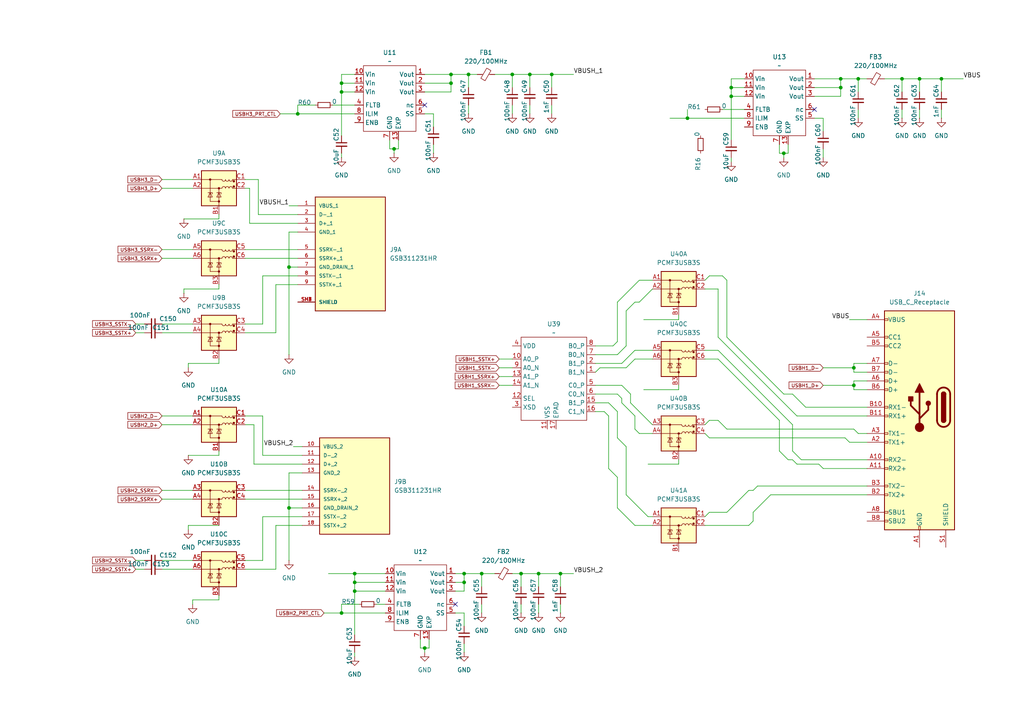
<source format=kicad_sch>
(kicad_sch (version 20231120) (generator "eeschema") (generator_version "8.0")
  (paper "A4")
  (junction (at 199.39 34.29))
  (junction (at 266.7 22.86))
  (junction (at 247.65 106.68))
  (junction (at 99.06 24.13))
  (junction (at 102.87 168.91))
  (junction (at 151.13 166.37))
  (junction (at 130.81 24.13))
  (junction (at 139.7 166.37))
  (junction (at 86.36 33.02))
  (junction (at 261.62 22.86))
  (junction (at 123.19 187.96))
  (junction (at 130.81 21.59))
  (junction (at 247.65 111.76))
  (junction (at 248.92 22.86))
  (junction (at 102.87 171.45))
  (junction (at 135.89 21.59))
  (junction (at 114.3 43.18))
  (junction (at 134.62 166.37))
  (junction (at 83.82 77.47))
  (junction (at 153.67 21.59))
  (junction (at 148.59 21.59))
  (junction (at 212.09 27.94))
  (junction (at 162.56 166.37))
  (junction (at 243.84 25.4))
  (junction (at 273.05 22.86))
  (junction (at 83.82 147.32))
  (junction (at 243.84 22.86))
  (junction (at 99.06 177.8))
  (junction (at 227.33 44.45))
  (junction (at 160.02 21.59))
  (junction (at 134.62 168.91))
  (junction (at 156.21 166.37))
  (junction (at 99.06 26.67))
  (junction (at 212.09 25.4))
  (junction (at 102.87 166.37))
  (no_connect (at 123.19 30.48))
  (no_connect (at 236.22 31.75))
  (no_connect (at 132.08 175.26))
  (wire (pts (xy 99.06 44.45) (xy 99.06 45.72)))
  (wire (pts (xy 196.85 134.62) (xy 196.85 133.35)))
  (wire (pts (xy 63.5 173.99) (xy 63.5 172.72)))
  (wire (pts (xy 205.74 121.92) (xy 204.47 123.19)))
  (wire (pts (xy 181.61 100.33) (xy 181.61 90.17)))
  (wire (pts (xy 114.3 43.18) (xy 114.3 44.45)))
  (wire (pts (xy 243.84 22.86) (xy 236.22 22.86)))
  (wire (pts (xy 217.17 152.4) (xy 218.44 151.13)))
  (wire (pts (xy 218.44 151.13) (xy 218.44 148.59)))
  (wire (pts (xy 113.03 40.64) (xy 113.03 43.18)))
  (wire (pts (xy 172.72 116.84) (xy 176.53 116.84)))
  (wire (pts (xy 46.99 72.39) (xy 55.88 72.39)))
  (wire (pts (xy 160.02 30.48) (xy 160.02 33.02)))
  (wire (pts (xy 185.42 87.63) (xy 189.23 83.82)))
  (wire (pts (xy 228.6 133.35) (xy 229.87 133.35)))
  (wire (pts (xy 83.82 67.31) (xy 83.82 77.47)))
  (wire (pts (xy 124.46 187.96) (xy 124.46 185.42)))
  (wire (pts (xy 99.06 26.67) (xy 99.06 24.13)))
  (wire (pts (xy 237.49 134.62) (xy 238.76 135.89)))
  (wire (pts (xy 180.34 116.84) (xy 180.34 115.57)))
  (wire (pts (xy 86.36 62.23) (xy 74.93 62.23)))
  (wire (pts (xy 99.06 21.59) (xy 102.87 21.59)))
  (wire (pts (xy 215.9 25.4) (xy 212.09 25.4)))
  (wire (pts (xy 251.46 140.97) (xy 219.71 140.97)))
  (wire (pts (xy 227.33 114.3) (xy 210.82 97.79)))
  (wire (pts (xy 181.61 90.17) (xy 184.15 87.63)))
  (wire (pts (xy 153.67 21.59) (xy 160.02 21.59)))
  (wire (pts (xy 148.59 166.37) (xy 151.13 166.37)))
  (wire (pts (xy 210.82 97.79) (xy 210.82 81.28)))
  (wire (pts (xy 134.62 166.37) (xy 139.7 166.37)))
  (wire (pts (xy 144.78 104.14) (xy 148.59 104.14)))
  (wire (pts (xy 80.01 96.52) (xy 80.01 82.55)))
  (wire (pts (xy 134.62 166.37) (xy 132.08 166.37)))
  (wire (pts (xy 243.84 22.86) (xy 248.92 22.86)))
  (wire (pts (xy 151.13 166.37) (xy 151.13 170.18)))
  (wire (pts (xy 210.82 148.59) (xy 205.74 148.59)))
  (wire (pts (xy 143.51 21.59) (xy 148.59 21.59)))
  (wire (pts (xy 185.42 125.73) (xy 184.15 124.46)))
  (wire (pts (xy 162.56 166.37) (xy 166.37 166.37)))
  (wire (pts (xy 99.06 24.13) (xy 99.06 21.59)))
  (wire (pts (xy 208.28 97.79) (xy 231.14 120.65)))
  (wire (pts (xy 83.82 137.16) (xy 83.82 147.32)))
  (wire (pts (xy 212.09 27.94) (xy 212.09 40.64)))
  (wire (pts (xy 248.92 22.86) (xy 248.92 26.67)))
  (wire (pts (xy 46.99 93.98) (xy 55.88 93.98)))
  (wire (pts (xy 205.74 80.01) (xy 204.47 81.28)))
  (wire (pts (xy 123.19 24.13) (xy 130.81 24.13)))
  (wire (pts (xy 139.7 166.37) (xy 143.51 166.37)))
  (wire (pts (xy 247.65 105.41) (xy 247.65 106.68)))
  (wire (pts (xy 46.99 54.61) (xy 55.88 54.61)))
  (wire (pts (xy 71.12 142.24) (xy 87.63 142.24)))
  (wire (pts (xy 41.91 162.56) (xy 39.37 162.56)))
  (wire (pts (xy 102.87 189.23) (xy 102.87 190.5)))
  (wire (pts (xy 226.06 121.92) (xy 226.06 130.81)))
  (wire (pts (xy 173.99 106.68) (xy 172.72 107.95)))
  (wire (pts (xy 102.87 168.91) (xy 102.87 166.37)))
  (wire (pts (xy 132.08 171.45) (xy 134.62 171.45)))
  (wire (pts (xy 232.41 133.35) (xy 229.87 130.81)))
  (wire (pts (xy 172.72 100.33) (xy 177.8 100.33)))
  (wire (pts (xy 226.06 130.81) (xy 228.6 133.35)))
  (wire (pts (xy 81.28 33.02) (xy 86.36 33.02)))
  (wire (pts (xy 102.87 168.91) (xy 111.76 168.91)))
  (wire (pts (xy 123.19 187.96) (xy 123.19 189.23)))
  (wire (pts (xy 41.91 93.98) (xy 39.37 93.98)))
  (wire (pts (xy 144.78 109.22) (xy 148.59 109.22)))
  (wire (pts (xy 227.33 44.45) (xy 228.6 44.45)))
  (wire (pts (xy 134.62 186.69) (xy 134.62 189.23)))
  (wire (pts (xy 135.89 21.59) (xy 138.43 21.59)))
  (wire (pts (xy 189.23 152.4) (xy 184.15 152.4)))
  (wire (pts (xy 199.39 34.29) (xy 215.9 34.29)))
  (wire (pts (xy 102.87 171.45) (xy 102.87 168.91)))
  (wire (pts (xy 184.15 101.6) (xy 189.23 101.6)))
  (wire (pts (xy 229.87 114.3) (xy 227.33 114.3)))
  (wire (pts (xy 182.88 114.3) (xy 182.88 116.84)))
  (wire (pts (xy 151.13 175.26) (xy 151.13 177.8)))
  (wire (pts (xy 46.99 165.1) (xy 55.88 165.1)))
  (wire (pts (xy 86.36 80.01) (xy 76.2 80.01)))
  (wire (pts (xy 248.92 31.75) (xy 248.92 34.29)))
  (wire (pts (xy 204.47 104.14) (xy 208.28 104.14)))
  (wire (pts (xy 247.65 110.49) (xy 251.46 110.49)))
  (wire (pts (xy 130.81 24.13) (xy 130.81 21.59)))
  (wire (pts (xy 71.12 54.61) (xy 72.39 54.61)))
  (wire (pts (xy 226.06 44.45) (xy 227.33 44.45)))
  (wire (pts (xy 182.88 116.84) (xy 189.23 123.19)))
  (wire (pts (xy 205.74 127) (xy 204.47 125.73)))
  (wire (pts (xy 46.99 162.56) (xy 55.88 162.56)))
  (wire (pts (xy 243.84 25.4) (xy 243.84 22.86)))
  (wire (pts (xy 218.44 148.59) (xy 223.52 143.51)))
  (wire (pts (xy 181.61 129.54) (xy 181.61 143.51)))
  (wire (pts (xy 148.59 30.48) (xy 148.59 33.02)))
  (wire (pts (xy 229.87 130.81) (xy 229.87 123.19)))
  (wire (pts (xy 266.7 22.86) (xy 273.05 22.86)))
  (wire (pts (xy 83.82 147.32) (xy 87.63 147.32)))
  (wire (pts (xy 134.62 177.8) (xy 134.62 181.61)))
  (wire (pts (xy 87.63 132.08) (xy 76.2 132.08)))
  (wire (pts (xy 172.72 119.38) (xy 175.26 119.38)))
  (wire (pts (xy 181.61 106.68) (xy 173.99 106.68)))
  (wire (pts (xy 256.54 22.86) (xy 261.62 22.86)))
  (wire (pts (xy 209.55 31.75) (xy 215.9 31.75)))
  (wire (pts (xy 196.85 113.03) (xy 196.85 111.76)))
  (wire (pts (xy 99.06 26.67) (xy 99.06 39.37)))
  (wire (pts (xy 76.2 132.08) (xy 76.2 120.65)))
  (wire (pts (xy 46.99 120.65) (xy 55.88 120.65)))
  (wire (pts (xy 134.62 171.45) (xy 134.62 168.91)))
  (wire (pts (xy 180.34 115.57) (xy 179.07 114.3)))
  (wire (pts (xy 102.87 171.45) (xy 102.87 184.15)))
  (wire (pts (xy 247.65 111.76) (xy 247.65 113.03)))
  (wire (pts (xy 204.47 83.82) (xy 208.28 83.82)))
  (wire (pts (xy 71.12 72.39) (xy 86.36 72.39)))
  (wire (pts (xy 172.72 105.41) (xy 180.34 105.41)))
  (wire (pts (xy 180.34 105.41) (xy 184.15 101.6)))
  (wire (pts (xy 199.39 31.75) (xy 199.39 34.29)))
  (wire (pts (xy 135.89 30.48) (xy 135.89 33.02)))
  (wire (pts (xy 139.7 166.37) (xy 139.7 170.18)))
  (wire (pts (xy 46.99 74.93) (xy 55.88 74.93)))
  (wire (pts (xy 123.19 26.67) (xy 130.81 26.67)))
  (wire (pts (xy 184.15 124.46) (xy 184.15 120.65)))
  (wire (pts (xy 236.22 34.29) (xy 238.76 34.29)))
  (wire (pts (xy 248.92 125.73) (xy 247.65 124.46)))
  (wire (pts (xy 86.36 67.31) (xy 83.82 67.31)))
  (wire (pts (xy 54.61 105.41) (xy 63.5 105.41)))
  (wire (pts (xy 71.12 165.1) (xy 80.01 165.1)))
  (wire (pts (xy 144.78 106.68) (xy 148.59 106.68)))
  (wire (pts (xy 238.76 135.89) (xy 251.46 135.89)))
  (wire (pts (xy 233.68 118.11) (xy 229.87 114.3)))
  (wire (pts (xy 251.46 128.27) (xy 246.38 128.27)))
  (wire (pts (xy 246.38 128.27) (xy 245.11 127)))
  (wire (pts (xy 135.89 21.59) (xy 135.89 25.4)))
  (wire (pts (xy 80.01 82.55) (xy 86.36 82.55)))
  (wire (pts (xy 99.06 175.26) (xy 99.06 177.8)))
  (wire (pts (xy 218.44 142.24) (xy 217.17 142.24)))
  (wire (pts (xy 115.57 43.18) (xy 115.57 40.64)))
  (wire (pts (xy 176.53 120.65) (xy 176.53 135.89)))
  (wire (pts (xy 162.56 175.26) (xy 162.56 177.8)))
  (wire (pts (xy 212.09 27.94) (xy 212.09 25.4)))
  (wire (pts (xy 153.67 21.59) (xy 153.67 25.4)))
  (wire (pts (xy 151.13 166.37) (xy 156.21 166.37)))
  (wire (pts (xy 172.72 111.76) (xy 180.34 111.76)))
  (wire (pts (xy 121.92 187.96) (xy 123.19 187.96)))
  (wire (pts (xy 102.87 26.67) (xy 99.06 26.67)))
  (wire (pts (xy 86.36 33.02) (xy 102.87 33.02)))
  (wire (pts (xy 76.2 162.56) (xy 76.2 149.86)))
  (wire (pts (xy 229.87 123.19) (xy 208.28 101.6)))
  (wire (pts (xy 148.59 21.59) (xy 148.59 25.4)))
  (wire (pts (xy 261.62 31.75) (xy 261.62 34.29)))
  (wire (pts (xy 238.76 43.18) (xy 238.76 45.72)))
  (wire (pts (xy 72.39 64.77) (xy 72.39 54.61)))
  (wire (pts (xy 238.76 106.68) (xy 247.65 106.68)))
  (wire (pts (xy 185.42 81.28) (xy 189.23 81.28)))
  (wire (pts (xy 219.71 140.97) (xy 218.44 142.24)))
  (wire (pts (xy 205.74 127) (xy 245.11 127)))
  (wire (pts (xy 208.28 121.92) (xy 205.74 121.92)))
  (wire (pts (xy 132.08 177.8) (xy 134.62 177.8)))
  (wire (pts (xy 238.76 111.76) (xy 247.65 111.76)))
  (wire (pts (xy 184.15 120.65) (xy 180.34 116.84)))
  (wire (pts (xy 184.15 104.14) (xy 181.61 106.68)))
  (wire (pts (xy 109.22 175.26) (xy 111.76 175.26)))
  (wire (pts (xy 251.46 133.35) (xy 232.41 133.35)))
  (wire (pts (xy 231.14 134.62) (xy 237.49 134.62)))
  (wire (pts (xy 83.82 77.47) (xy 86.36 77.47)))
  (wire (pts (xy 99.06 175.26) (xy 104.14 175.26)))
  (wire (pts (xy 172.72 102.87) (xy 179.07 102.87)))
  (wire (pts (xy 212.09 25.4) (xy 212.09 22.86)))
  (wire (pts (xy 229.87 133.35) (xy 231.14 134.62)))
  (wire (pts (xy 76.2 93.98) (xy 71.12 93.98)))
  (wire (pts (xy 102.87 166.37) (xy 111.76 166.37)))
  (wire (pts (xy 63.5 63.5) (xy 63.5 62.23)))
  (wire (pts (xy 83.82 77.47) (xy 83.82 102.87)))
  (wire (pts (xy 63.5 83.82) (xy 63.5 82.55)))
  (wire (pts (xy 132.08 168.91) (xy 134.62 168.91)))
  (wire (pts (xy 179.07 138.43) (xy 176.53 135.89)))
  (wire (pts (xy 227.33 44.45) (xy 227.33 45.72)))
  (wire (pts (xy 86.36 30.48) (xy 86.36 33.02)))
  (wire (pts (xy 231.14 120.65) (xy 251.46 120.65)))
  (wire (pts (xy 181.61 143.51) (xy 187.96 149.86)))
  (wire (pts (xy 54.61 132.08) (xy 63.5 132.08)))
  (wire (pts (xy 72.39 64.77) (xy 86.36 64.77)))
  (wire (pts (xy 215.9 27.94) (xy 212.09 27.94)))
  (wire (pts (xy 172.72 114.3) (xy 179.07 114.3)))
  (wire (pts (xy 87.63 137.16) (xy 83.82 137.16)))
  (wire (pts (xy 204.47 152.4) (xy 217.17 152.4)))
  (wire (pts (xy 243.84 27.94) (xy 243.84 25.4)))
  (wire (pts (xy 156.21 166.37) (xy 156.21 170.18)))
  (wire (pts (xy 194.31 34.29) (xy 199.39 34.29)))
  (wire (pts (xy 210.82 81.28) (xy 209.55 80.01)))
  (wire (pts (xy 148.59 21.59) (xy 153.67 21.59)))
  (wire (pts (xy 179.07 87.63) (xy 185.42 81.28)))
  (wire (pts (xy 236.22 27.94) (xy 243.84 27.94)))
  (wire (pts (xy 246.38 92.71) (xy 251.46 92.71)))
  (wire (pts (xy 160.02 21.59) (xy 166.37 21.59)))
  (wire (pts (xy 179.07 102.87) (xy 181.61 100.33)))
  (wire (pts (xy 144.78 111.76) (xy 148.59 111.76)))
  (wire (pts (xy 99.06 177.8) (xy 111.76 177.8)))
  (wire (pts (xy 273.05 22.86) (xy 279.4 22.86)))
  (wire (pts (xy 113.03 43.18) (xy 114.3 43.18)))
  (wire (pts (xy 160.02 21.59) (xy 160.02 25.4)))
  (wire (pts (xy 184.15 152.4) (xy 179.07 147.32)))
  (wire (pts (xy 46.99 144.78) (xy 55.88 144.78)))
  (wire (pts (xy 205.74 148.59) (xy 204.47 149.86)))
  (wire (pts (xy 83.82 59.69) (xy 86.36 59.69)))
  (wire (pts (xy 180.34 111.76) (xy 182.88 114.3)))
  (wire (pts (xy 73.66 134.62) (xy 87.63 134.62)))
  (wire (pts (xy 187.96 149.86) (xy 189.23 149.86)))
  (wire (pts (xy 212.09 45.72) (xy 212.09 46.99)))
  (wire (pts (xy 46.99 52.07) (xy 55.88 52.07)))
  (wire (pts (xy 46.99 142.24) (xy 55.88 142.24)))
  (wire (pts (xy 153.67 30.48) (xy 153.67 33.02)))
  (wire (pts (xy 273.05 22.86) (xy 273.05 26.67)))
  (wire (pts (xy 76.2 120.65) (xy 71.12 120.65)))
  (wire (pts (xy 226.06 41.91) (xy 226.06 44.45)))
  (wire (pts (xy 46.99 96.52) (xy 55.88 96.52)))
  (wire (pts (xy 247.65 106.68) (xy 247.65 107.95)))
  (wire (pts (xy 208.28 83.82) (xy 208.28 97.79)))
  (wire (pts (xy 76.2 149.86) (xy 87.63 149.86)))
  (wire (pts (xy 266.7 31.75) (xy 266.7 34.29)))
  (wire (pts (xy 55.88 173.99) (xy 63.5 173.99)))
  (wire (pts (xy 179.07 147.32) (xy 179.07 138.43)))
  (wire (pts (xy 204.47 101.6) (xy 208.28 101.6)))
  (wire (pts (xy 184.15 104.14) (xy 189.23 104.14)))
  (wire (pts (xy 210.82 124.46) (xy 208.28 121.92)))
  (wire (pts (xy 175.26 119.38) (xy 176.53 120.65)))
  (wire (pts (xy 238.76 34.29) (xy 238.76 38.1)))
  (wire (pts (xy 130.81 26.67) (xy 130.81 24.13)))
  (wire (pts (xy 247.65 124.46) (xy 210.82 124.46)))
  (wire (pts (xy 54.61 106.68) (xy 54.61 105.41)))
  (wire (pts (xy 123.19 187.96) (xy 124.46 187.96)))
  (wire (pts (xy 102.87 24.13) (xy 99.06 24.13)))
  (wire (pts (xy 208.28 104.14) (xy 226.06 121.92)))
  (wire (pts (xy 179.07 99.06) (xy 179.07 87.63)))
  (wire (pts (xy 134.62 168.91) (xy 134.62 166.37)))
  (wire (pts (xy 156.21 166.37) (xy 162.56 166.37)))
  (wire (pts (xy 93.98 177.8) (xy 99.06 177.8)))
  (wire (pts (xy 179.07 127) (xy 181.61 129.54)))
  (wire (pts (xy 71.12 123.19) (xy 73.66 123.19)))
  (wire (pts (xy 177.8 100.33) (xy 179.07 99.06)))
  (wire (pts (xy 186.69 92.71) (xy 196.85 92.71)))
  (wire (pts (xy 85.09 129.54) (xy 87.63 129.54)))
  (wire (pts (xy 176.53 116.84) (xy 179.07 119.38)))
  (wire (pts (xy 71.12 96.52) (xy 80.01 96.52)))
  (wire (pts (xy 247.65 113.03) (xy 251.46 113.03)))
  (wire (pts (xy 71.12 162.56) (xy 76.2 162.56)))
  (wire (pts (xy 96.52 30.48) (xy 102.87 30.48)))
  (wire (pts (xy 228.6 44.45) (xy 228.6 41.91)))
  (wire (pts (xy 121.92 185.42) (xy 121.92 187.96)))
  (wire (pts (xy 179.07 119.38) (xy 179.07 127)))
  (wire (pts (xy 71.12 74.93) (xy 86.36 74.93)))
  (wire (pts (xy 212.09 22.86) (xy 215.9 22.86)))
  (wire (pts (xy 223.52 143.51) (xy 251.46 143.51)))
  (wire (pts (xy 53.34 85.09) (xy 53.34 83.82)))
  (wire (pts (xy 80.01 152.4) (xy 87.63 152.4)))
  (wire (pts (xy 186.69 113.03) (xy 196.85 113.03)))
  (wire (pts (xy 125.73 33.02) (xy 125.73 36.83)))
  (wire (pts (xy 41.91 165.1) (xy 39.37 165.1)))
  (wire (pts (xy 187.96 134.62) (xy 196.85 134.62)))
  (wire (pts (xy 73.66 123.19) (xy 73.66 134.62)))
  (wire (pts (xy 80.01 165.1) (xy 80.01 152.4)))
  (wire (pts (xy 83.82 147.32) (xy 83.82 162.56)))
  (wire (pts (xy 247.65 105.41) (xy 251.46 105.41)))
  (wire (pts (xy 189.23 125.73) (xy 185.42 125.73)))
  (wire (pts (xy 261.62 22.86) (xy 261.62 26.67)))
  (wire (pts (xy 74.93 52.07) (xy 74.93 62.23)))
  (wire (pts (xy 217.17 142.24) (xy 210.82 148.59)))
  (wire (pts (xy 247.65 107.95) (xy 251.46 107.95)))
  (wire (pts (xy 184.15 87.63) (xy 185.42 87.63)))
  (wire (pts (xy 86.36 30.48) (xy 91.44 30.48)))
  (wire (pts (xy 162.56 166.37) (xy 162.56 170.18)))
  (wire (pts (xy 236.22 25.4) (xy 243.84 25.4)))
  (wire (pts (xy 41.91 96.52) (xy 39.37 96.52)))
  (wire (pts (xy 102.87 171.45) (xy 111.76 171.45)))
  (wire (pts (xy 261.62 22.86) (xy 266.7 22.86)))
  (wire (pts (xy 139.7 175.26) (xy 139.7 177.8)))
  (wire (pts (xy 156.21 175.26) (xy 156.21 177.8)))
  (wire (pts (xy 54.61 152.4) (xy 63.5 152.4)))
  (wire (pts (xy 71.12 144.78) (xy 87.63 144.78)))
  (wire (pts (xy 54.61 153.67) (xy 54.61 152.4)))
  (wire (pts (xy 114.3 43.18) (xy 115.57 43.18)))
  (wire (pts (xy 95.25 166.37) (xy 102.87 166.37)))
  (wire (pts (xy 125.73 41.91) (xy 125.73 44.45)))
  (wire (pts (xy 74.93 52.07) (xy 71.12 52.07)))
  (wire (pts (xy 266.7 22.86) (xy 266.7 26.67)))
  (wire (pts (xy 248.92 22.86) (xy 251.46 22.86)))
  (wire (pts (xy 251.46 118.11) (xy 233.68 118.11)))
  (wire (pts (xy 63.5 105.41) (xy 63.5 104.14)))
  (wire (pts (xy 123.19 33.02) (xy 125.73 33.02)))
  (wire (pts (xy 76.2 80.01) (xy 76.2 93.98)))
  (wire (pts (xy 46.99 123.19) (xy 55.88 123.19)))
  (wire (pts (xy 55.88 175.26) (xy 55.88 173.99)))
  (wire (pts (xy 130.81 21.59) (xy 135.89 21.59)))
  (wire (pts (xy 53.34 63.5) (xy 63.5 63.5)))
  (wire (pts (xy 247.65 110.49) (xy 247.65 111.76)))
  (wire (pts (xy 273.05 31.75) (xy 273.05 34.29)))
  (wire (pts (xy 130.81 21.59) (xy 123.19 21.59)))
  (wire (pts (xy 251.46 125.73) (xy 248.92 125.73)))
  (wire (pts (xy 53.34 83.82) (xy 63.5 83.82)))
  (wire (pts (xy 196.85 92.71) (xy 196.85 91.44)))
  (wire (pts (xy 209.55 80.01) (xy 205.74 80.01)))
  (wire (pts (xy 63.5 132.08) (xy 63.5 130.81)))
  (label "VBUSH_2" (at 166.37 166.37 0))
  (label "VBUS" (at 279.4 22.86 0))
  (label "VBUSH_1" (at 166.37 21.59 0))
  (label "VBUSH_2" (at 85.09 129.54 180))
  (label "VBUSH_1" (at 83.82 59.69 180))
  (label "VBUS" (at 246.38 92.71 180))
  (global_label "USBH1_D-" (shape input) (at 238.76 106.68 180) (effects (font (size 1 1))) (property "Intersheetrefs" "${INTERSHEET_REFS}" (effects (hide yes))))
  (global_label "USBH1_SSTX+" (shape input) (at 144.78 104.14 180) (effects (font (size 1 1))) (property "Intersheetrefs" "${INTERSHEET_REFS}" (effects (hide yes))))
  (global_label "USBH3_SSTX-" (shape input) (at 39.37 93.98 180) (effects (font (size 1 1))) (property "Intersheetrefs" "${INTERSHEET_REFS}" (effects (hide yes))))
  (global_label "USBH1_SSRX+" (shape input) (at 144.78 109.22 180) (effects (font (size 1 1))) (property "Intersheetrefs" "${INTERSHEET_REFS}" (effects (hide yes))))
  (global_label "USBH1_D+" (shape input) (at 238.76 111.76 180) (effects (font (size 1 1))) (property "Intersheetrefs" "${INTERSHEET_REFS}" (effects (hide yes))))
  (global_label "USBH3_SSRX+" (shape input) (at 46.99 74.93 180) (effects (font (size 1 1))) (property "Intersheetrefs" "${INTERSHEET_REFS}" (effects (hide yes))))
  (global_label "USBH3_PRT_CTL" (shape input) (at 81.28 33.02 180) (effects (font (size 1 1))) (property "Intersheetrefs" "${INTERSHEET_REFS}" (effects (hide yes))))
  (global_label "USBH2_SSTX-" (shape input) (at 39.37 162.56 180) (effects (font (size 1 1))) (property "Intersheetrefs" "${INTERSHEET_REFS}" (effects (hide yes))))
  (global_label "USBH1_SSTX-" (shape input) (at 144.78 106.68 180) (effects (font (size 1 1))) (property "Intersheetrefs" "${INTERSHEET_REFS}" (effects (hide yes))))
  (global_label "USBH3_SSTX+" (shape input) (at 39.37 96.52 180) (effects (font (size 1 1))) (property "Intersheetrefs" "${INTERSHEET_REFS}" (effects (hide yes))))
  (global_label "USBH2_D+" (shape input) (at 46.99 123.19 180) (effects (font (size 1 1))) (property "Intersheetrefs" "${INTERSHEET_REFS}" (effects (hide yes))))
  (global_label "USBH1_SSRX-" (shape input) (at 144.78 111.76 180) (effects (font (size 1 1))) (property "Intersheetrefs" "${INTERSHEET_REFS}" (effects (hide yes))))
  (global_label "USBH3_SSRX-" (shape input) (at 46.99 72.39 180) (effects (font (size 1 1))) (property "Intersheetrefs" "${INTERSHEET_REFS}" (effects (hide yes))))
  (global_label "USBH2_PRT_CTL" (shape input) (at 93.98 177.8 180) (effects (font (size 1 1))) (property "Intersheetrefs" "${INTERSHEET_REFS}" (effects (hide yes))))
  (global_label "USBH2_D-" (shape input) (at 46.99 120.65 180) (effects (font (size 1 1))) (property "Intersheetrefs" "${INTERSHEET_REFS}" (effects (hide yes))))
  (global_label "USBH2_SSTX+" (shape input) (at 39.37 165.1 180) (effects (font (size 1 1))) (property "Intersheetrefs" "${INTERSHEET_REFS}" (effects (hide yes))))
  (global_label "USBH2_SSRX-" (shape input) (at 46.99 142.24 180) (effects (font (size 1 1))) (property "Intersheetrefs" "${INTERSHEET_REFS}" (effects (hide yes))))
  (global_label "USBH2_SSRX+" (shape input) (at 46.99 144.78 180) (effects (font (size 1 1))) (property "Intersheetrefs" "${INTERSHEET_REFS}" (effects (hide yes))))
  (global_label "USBH3_D+" (shape input) (at 46.99 54.61 180) (effects (font (size 1 1))) (property "Intersheetrefs" "${INTERSHEET_REFS}" (effects (hide yes))))
  (global_label "USBH3_D-" (shape input) (at 46.99 52.07 180) (effects (font (size 1 1))) (property "Intersheetrefs" "${INTERSHEET_REFS}" (effects (hide yes))))
  (symbol (lib_id "power:GND") (at 134.62 189.23 0) (unit 1)
    (property "Reference" "#PWR085" (effects (hide yes)))
    (property "Value" "GND" (at 134.62 194.31 0))
    (property "Description" "Power symbol creates a global label with name \"GND\" , ground" (effects (hide yes)))
  )
  (symbol (lib_id "Device:C_Small") (at 156.21 172.72 0) (unit 1)
    (property "Reference" "C57" (at 154.686 167.894 90) (effects (justify right)))
    (property "Value" "100nF" (at 154.686 173.99 90) (effects (justify right)))
    (property "Footprint" "Capacitor_SMD:C_0402_1005Metric" (effects (hide yes)))
    (property "Description" "Unpolarized capacitor, small symbol" (effects (hide yes)))
  )
  (symbol (lib_id "Power_Protection:PCMF3USB3S") (at 63.5 165.1 0) (unit 3)
    (property "Reference" "U10" (at 63.5 154.94 0))
    (property "Value" "PCMF3USB3S" (at 63.5 157.48 0))
    (property "Footprint" "Package_CSP:Nexperia_WLCSP-15_6-3-6_2.37x1.17mm_Layout6x3_P0.4mm" (effects (hide yes)))
    (property "Datasheet" "https://assets.nexperia.com/documents/data-sheet/PCMFXUSB3S_SER.pdf" (effects (hide yes)))
    (property "Description" "Common-mode EMI filter for differential channels with integrated ESD protection" (effects (hide yes)))
  )
  (symbol (lib_id "Power_Protection:PCMF3USB3S") (at 63.5 96.52 0) (unit 2)
    (property "Reference" "U9" (at 63.5 86.36 0))
    (property "Value" "PCMF3USB3S" (at 63.5 88.9 0))
    (property "Footprint" "Package_CSP:Nexperia_WLCSP-15_6-3-6_2.37x1.17mm_Layout6x3_P0.4mm" (effects (hide yes)))
    (property "Datasheet" "https://assets.nexperia.com/documents/data-sheet/PCMFXUSB3S_SER.pdf" (effects (hide yes)))
    (property "Description" "Common-mode EMI filter for differential channels with integrated ESD protection" (effects (hide yes)))
  )
  (symbol (lib_id "Device:C_Small") (at 160.02 27.94 0) (unit 1)
    (property "Reference" "C50" (at 158.496 23.114 90) (effects (justify right)))
    (property "Value" "1nF" (at 158.496 29.21 90) (effects (justify right)))
    (property "Footprint" "Capacitor_SMD:C_0402_1005Metric" (effects (hide yes)))
    (property "Description" "Unpolarized capacitor, small symbol" (effects (hide yes)))
  )
  (symbol (lib_id "power:GND") (at 53.34 63.5 0) (unit 1)
    (property "Reference" "#PWR075" (effects (hide yes)))
    (property "Value" "GND" (at 53.34 68.58 0))
    (property "Description" "Power symbol creates a global label with name \"GND\" , ground" (effects (hide yes)))
  )
  (symbol (lib_id "power:GND") (at 55.88 175.26 0) (unit 1)
    (property "Reference" "#PWR070" (effects (hide yes)))
    (property "Value" "GND" (at 55.88 180.34 0))
    (property "Description" "Power symbol creates a global label with name \"GND\" , ground" (effects (hide yes)))
  )
  (symbol (lib_id "GSB311231HR:GSB311231HR") (at 102.87 142.24 0) (unit 2)
    (property "Reference" "J9" (at 114.3 139.6999 0) (effects (justify left)))
    (property "Value" "GSB311231HR" (at 114.3 142.2399 0) (effects (justify left)))
    (property "Footprint" "_W_SBC:AMPHENOL_GSB311231HR" (effects (hide yes)))
    (property "MF" "Amphenol ICC" (effects (hide yes)))
    (property "MAXIMUM_PACKAGE_HEIGHT" "15.5 mm" (effects (hide yes)))
    (property "Package" "None" (effects (hide yes)))
    (property "Price" "None" (effects (hide yes)))
    (property "Check_prices" "https://www.snapeda.com/parts/GSB311231HR/Amphenol/view-part/?ref=eda" (effects (hide yes)))
    (property "STANDARD" "Manufacturer Recommendations" (effects (hide yes)))
    (property "PARTREV" "D1" (effects (hide yes)))
    (property "SnapEDA_Link" "https://www.snapeda.com/parts/GSB311231HR/Amphenol/view-part/?ref=snap" (effects (hide yes)))
    (property "MP" "GSB311231HR" (effects (hide yes)))
    (property "Description_1" "\n                        \n                            USB 3.0, Type A Receptacle, Stacked, Right Angle | Amphenol Commercial (Amphenol CS) GSB311231HR\n                        \n" (effects (hide yes)))
    (property "SNAPEDA_PN" "GSB311231HR" (effects (hide yes)))
    (property "Availability" "In Stock" (effects (hide yes)))
    (property "MANUFACTURER" "Amphenol" (effects (hide yes)))
  )
  (symbol (lib_id "Device:C_Small") (at 148.59 27.94 0) (unit 1)
    (property "Reference" "C48" (at 147.066 23.114 90) (effects (justify right)))
    (property "Value" "100nF" (at 147.066 29.21 90) (effects (justify right)))
    (property "Footprint" "Capacitor_SMD:C_0402_1005Metric" (effects (hide yes)))
    (property "Description" "Unpolarized capacitor, small symbol" (effects (hide yes)))
  )
  (symbol (lib_id "power:GND") (at 227.33 45.72 0) (unit 1)
    (property "Reference" "#PWR91" (effects (hide yes)))
    (property "Value" "GND" (at 227.33 50.8 0))
    (property "Description" "Power symbol creates a global label with name \"GND\" , ground" (effects (hide yes)))
  )
  (symbol (lib_id "power:GND") (at 54.61 106.68 0) (unit 1)
    (property "Reference" "#PWR073" (effects (hide yes)))
    (property "Value" "GND" (at 54.61 111.76 0))
    (property "Description" "Power symbol creates a global label with name \"GND\" , ground" (effects (hide yes)))
  )
  (symbol (lib_id "power:GND") (at 135.89 33.02 0) (unit 1)
    (property "Reference" "#PWR077" (effects (hide yes)))
    (property "Value" "GND" (at 135.89 38.1 0))
    (property "Description" "Power symbol creates a global label with name \"GND\" , ground" (effects (hide yes)))
  )
  (symbol (lib_id "Device:C_Small") (at 162.56 172.72 0) (unit 1)
    (property "Reference" "C58" (at 161.036 167.894 90) (effects (justify right)))
    (property "Value" "1nF" (at 161.036 173.99 90) (effects (justify right)))
    (property "Footprint" "Capacitor_SMD:C_0402_1005Metric" (effects (hide yes)))
    (property "Description" "Unpolarized capacitor, small symbol" (effects (hide yes)))
  )
  (symbol (lib_id "Device:C_Small") (at 44.45 162.56 270) (mirror x) (unit 1)
    (property "Reference" "C152" (at 51.308 161.036 90) (effects (justify right)))
    (property "Value" "100nF" (at 43.688 160.02 90) (effects (justify right)))
    (property "Footprint" "Capacitor_SMD:C_0402_1005Metric" (effects (hide yes)))
    (property "Description" "Unpolarized capacitor, small symbol" (effects (hide yes)))
  )
  (symbol (lib_id "power:GND") (at 53.34 85.09 0) (unit 1)
    (property "Reference" "#PWR074" (effects (hide yes)))
    (property "Value" "GND" (at 53.34 90.17 0))
    (property "Description" "Power symbol creates a global label with name \"GND\" , ground" (effects (hide yes)))
  )
  (symbol (lib_id "power:GND") (at 153.67 33.02 0) (unit 1)
    (property "Reference" "#PWR079" (effects (hide yes)))
    (property "Value" "GND" (at 153.67 38.1 0))
    (property "Description" "Power symbol creates a global label with name \"GND\" , ground" (effects (hide yes)))
  )
  (symbol (lib_id "Power_Protection:PCMF3USB3S") (at 63.5 123.19 0) (unit 1)
    (property "Reference" "U10" (at 63.5 113.03 0))
    (property "Value" "PCMF3USB3S" (at 63.5 115.57 0))
    (property "Footprint" "Package_CSP:Nexperia_WLCSP-15_6-3-6_2.37x1.17mm_Layout6x3_P0.4mm" (effects (hide yes)))
    (property "Datasheet" "https://assets.nexperia.com/documents/data-sheet/PCMFXUSB3S_SER.pdf" (effects (hide yes)))
    (property "Description" "Common-mode EMI filter for differential channels with integrated ESD protection" (effects (hide yes)))
  )
  (symbol (lib_id "Device:C_Small") (at 135.89 27.94 0) (unit 1)
    (property "Reference" "C47" (at 134.366 23.114 90) (effects (justify right)))
    (property "Value" "100nF" (at 134.366 29.21 90) (effects (justify right)))
    (property "Footprint" "Capacitor_SMD:C_0402_1005Metric" (effects (hide yes)))
    (property "Description" "Unpolarized capacitor, small symbol" (effects (hide yes)))
  )
  (symbol (lib_id "Power_Protection:PCMF3USB3S") (at 63.5 74.93 0) (unit 3)
    (property "Reference" "U9" (at 63.5 64.77 0))
    (property "Value" "PCMF3USB3S" (at 63.5 67.31 0))
    (property "Footprint" "Package_CSP:Nexperia_WLCSP-15_6-3-6_2.37x1.17mm_Layout6x3_P0.4mm" (effects (hide yes)))
    (property "Datasheet" "https://assets.nexperia.com/documents/data-sheet/PCMFXUSB3S_SER.pdf" (effects (hide yes)))
    (property "Description" "Common-mode EMI filter for differential channels with integrated ESD protection" (effects (hide yes)))
  )
  (symbol (lib_id "power:GND") (at 156.21 177.8 0) (unit 1)
    (property "Reference" "#PWR088" (effects (hide yes)))
    (property "Value" "GND" (at 156.21 182.88 0))
    (property "Description" "Power symbol creates a global label with name \"GND\" , ground" (effects (hide yes)))
  )
  (symbol (lib_id "Device:C_Small") (at 248.92 29.21 0) (unit 1)
    (property "Reference" "C61" (at 247.396 24.384 90) (effects (justify right)))
    (property "Value" "100nF" (at 247.396 30.48 90) (effects (justify right)))
    (property "Footprint" "Capacitor_SMD:C_0402_1005Metric" (effects (hide yes)))
    (property "Description" "Unpolarized capacitor, small symbol" (effects (hide yes)))
  )
  (symbol (lib_id "power:GND") (at 212.09 46.99 0) (unit 1)
    (property "Reference" "#PWR90" (effects (hide yes)))
    (property "Value" "GND" (at 212.09 52.07 0))
    (property "Description" "Power symbol creates a global label with name \"GND\" , ground" (effects (hide yes)))
  )
  (symbol (lib_id "power:GND") (at 125.73 44.45 0) (unit 1)
    (property "Reference" "#PWR081" (effects (hide yes)))
    (property "Value" "GND" (at 125.73 49.53 0))
    (property "Description" "Power symbol creates a global label with name \"GND\" , ground" (effects (hide yes)))
  )
  (symbol (lib_id "power:GND") (at 114.3 44.45 0) (unit 1)
    (property "Reference" "#PWR076" (effects (hide yes)))
    (property "Value" "GND" (at 114.3 49.53 0))
    (property "Description" "Power symbol creates a global label with name \"GND\" , ground" (effects (hide yes)))
  )
  (symbol (lib_id "power:GND") (at 160.02 33.02 0) (unit 1)
    (property "Reference" "#PWR080" (effects (hide yes)))
    (property "Value" "GND" (at 160.02 38.1 0))
    (property "Description" "Power symbol creates a global label with name \"GND\" , ground" (effects (hide yes)))
  )
  (symbol (lib_id "_W_MX8M:AOZ1353DI-01") (at 113.03 26.67 0) (unit 1)
    (property "Reference" "U11" (at 113.03 15.24 0))
    (property "Value" "~" (at 113.03 17.78 0))
    (property "Footprint" "Package_DFN_QFN:DFN-12-1EP_3x3mm_P0.5mm_EP1.6x2.5mm" (effects (hide yes)))
  )
  (symbol (lib_id "power:GND") (at 123.19 189.23 0) (unit 1)
    (property "Reference" "#PWR084" (effects (hide yes)))
    (property "Value" "GND" (at 123.19 194.31 0))
    (property "Description" "Power symbol creates a global label with name \"GND\" , ground" (effects (hide yes)))
  )
  (symbol (lib_id "power:GND") (at 54.61 132.08 0) (unit 1)
    (property "Reference" "#PWR072" (effects (hide yes)))
    (property "Value" "GND" (at 54.61 137.16 0))
    (property "Description" "Power symbol creates a global label with name \"GND\" , ground" (effects (hide yes)))
  )
  (symbol (lib_id "Device:C_Small") (at 212.09 43.18 0) (unit 1)
    (property "Reference" "C59" (at 210.566 38.354 90) (effects (justify right)))
    (property "Value" "10uF" (at 210.566 44.45 90) (effects (justify right)))
    (property "Footprint" "Capacitor_SMD:C_0402_1005Metric" (effects (hide yes)))
    (property "Description" "Unpolarized capacitor, small symbol" (effects (hide yes)))
  )
  (symbol (lib_id "Device:R_Small") (at 203.2 41.91 0) (mirror y) (unit 1)
    (property "Reference" "R16" (at 202.438 49.53 90) (effects (justify left)))
    (property "Value" "0" (at 202.184 39.624 90) (effects (justify left)))
    (property "Footprint" "Resistor_SMD:R_0402_1005Metric" (effects (hide yes)))
    (property "Description" "Resistor, small symbol" (effects (hide yes)))
  )
  (symbol (lib_id "Power_Protection:PCMF3USB3S") (at 196.85 104.14 0) (unit 3)
    (property "Reference" "U40" (at 196.85 93.98 0))
    (property "Value" "PCMF3USB3S" (at 196.85 96.52 0))
    (property "Footprint" "Package_CSP:Nexperia_WLCSP-15_6-3-6_2.37x1.17mm_Layout6x3_P0.4mm" (effects (hide yes)))
    (property "Datasheet" "https://assets.nexperia.com/documents/data-sheet/PCMFXUSB3S_SER.pdf" (effects (hide yes)))
    (property "Description" "Common-mode EMI filter for differential channels with integrated ESD protection" (effects (hide yes)))
  )
  (symbol (lib_id "Device:R_Small") (at 93.98 30.48 270) (mirror x) (unit 1)
    (property "Reference" "R60" (at 86.36 29.718 90) (effects (justify left)))
    (property "Value" "0" (at 96.266 29.464 90) (effects (justify left)))
    (property "Footprint" "Resistor_SMD:R_0402_1005Metric" (effects (hide yes)))
    (property "Description" "Resistor, small symbol" (effects (hide yes)))
  )
  (symbol (lib_id "power:GND") (at 162.56 177.8 0) (unit 1)
    (property "Reference" "#PWR089" (effects (hide yes)))
    (property "Value" "GND" (at 162.56 182.88 0))
    (property "Description" "Power symbol creates a global label with name \"GND\" , ground" (effects (hide yes)))
  )
  (symbol (lib_id "Connector:USB_C_Receptacle") (at 266.7 118.11 0) (mirror y) (unit 1)
    (property "Reference" "J14" (at 266.7 85.09 0))
    (property "Value" "USB_C_Receptacle" (at 266.7 87.63 0))
    (property "Footprint" "Connector_USB:USB_C_Receptacle_GCT_USB4110" (effects (hide yes)))
    (property "Datasheet" "https://www.usb.org/sites/default/files/documents/usb_type-c.zip" (effects (hide yes)))
    (property "Description" "USB Full-Featured Type-C Receptacle connector" (effects (hide yes)))
  )
  (symbol (lib_id "power:GND") (at 238.76 45.72 0) (unit 1)
    (property "Reference" "#PWR92" (effects (hide yes)))
    (property "Value" "GND" (at 238.76 50.8 0))
    (property "Description" "Power symbol creates a global label with name \"GND\" , ground" (effects (hide yes)))
  )
  (symbol (lib_id "GSB311231HR:GSB311231HR") (at 101.6 74.93 0) (unit 1)
    (property "Reference" "J9" (at 113.03 72.3899 0) (effects (justify left)))
    (property "Value" "GSB311231HR" (at 113.03 74.9299 0) (effects (justify left)))
    (property "Footprint" "_W_SBC:AMPHENOL_GSB311231HR" (effects (hide yes)))
    (property "MF" "Amphenol ICC" (effects (hide yes)))
    (property "MAXIMUM_PACKAGE_HEIGHT" "15.5 mm" (effects (hide yes)))
    (property "Package" "None" (effects (hide yes)))
    (property "Price" "None" (effects (hide yes)))
    (property "Check_prices" "https://www.snapeda.com/parts/GSB311231HR/Amphenol/view-part/?ref=eda" (effects (hide yes)))
    (property "STANDARD" "Manufacturer Recommendations" (effects (hide yes)))
    (property "PARTREV" "D1" (effects (hide yes)))
    (property "SnapEDA_Link" "https://www.snapeda.com/parts/GSB311231HR/Amphenol/view-part/?ref=snap" (effects (hide yes)))
    (property "MP" "GSB311231HR" (effects (hide yes)))
    (property "Description_1" "\n                        \n                            USB 3.0, Type A Receptacle, Stacked, Right Angle | Amphenol Commercial (Amphenol CS) GSB311231HR\n                        \n" (effects (hide yes)))
    (property "SNAPEDA_PN" "GSB311231HR" (effects (hide yes)))
    (property "Availability" "In Stock" (effects (hide yes)))
    (property "MANUFACTURER" "Amphenol" (effects (hide yes)))
  )
  (symbol (lib_id "Power_Protection:PCMF3USB3S") (at 63.5 54.61 0) (unit 1)
    (property "Reference" "U9" (at 63.5 44.45 0))
    (property "Value" "PCMF3USB3S" (at 63.5 46.99 0))
    (property "Footprint" "Package_CSP:Nexperia_WLCSP-15_6-3-6_2.37x1.17mm_Layout6x3_P0.4mm" (effects (hide yes)))
    (property "Datasheet" "https://assets.nexperia.com/documents/data-sheet/PCMFXUSB3S_SER.pdf" (effects (hide yes)))
    (property "Description" "Common-mode EMI filter for differential channels with integrated ESD protection" (effects (hide yes)))
  )
  (symbol (lib_id "Device:R_Small") (at 207.01 31.75 270) (mirror x) (unit 1)
    (property "Reference" "R61" (at 199.39 30.988 90) (effects (justify left)))
    (property "Value" "0" (at 209.296 30.734 90) (effects (justify left)))
    (property "Footprint" "Resistor_SMD:R_0402_1005Metric" (effects (hide yes)))
    (property "Description" "Resistor, small symbol" (effects (hide yes)))
  )
  (symbol (lib_id "power:GND") (at 83.82 162.56 0) (unit 1)
    (property "Reference" "#PWR069" (effects (hide yes)))
    (property "Value" "GND" (at 83.82 167.64 0))
    (property "Description" "Power symbol creates a global label with name \"GND\" , ground" (effects (hide yes)))
  )
  (symbol (lib_id "Device:C_Small") (at 238.76 40.64 0) (unit 1)
    (property "Reference" "C60" (at 237.236 35.814 90) (effects (justify right)))
    (property "Value" "100nF" (at 237.236 41.91 90) (effects (justify right)))
    (property "Footprint" "Capacitor_SMD:C_0402_1005Metric" (effects (hide yes)))
    (property "Description" "Unpolarized capacitor, small symbol" (effects (hide yes)))
  )
  (symbol (lib_id "power:GND") (at 273.05 34.29 0) (unit 1)
    (property "Reference" "#PWR96" (effects (hide yes)))
    (property "Value" "GND" (at 273.05 39.37 0))
    (property "Description" "Power symbol creates a global label with name \"GND\" , ground" (effects (hide yes)))
  )
  (symbol (lib_id "power:GND") (at 266.7 34.29 0) (unit 1)
    (property "Reference" "#PWR95" (effects (hide yes)))
    (property "Value" "GND" (at 266.7 39.37 0))
    (property "Description" "Power symbol creates a global label with name \"GND\" , ground" (effects (hide yes)))
  )
  (symbol (lib_id "Power_Protection:PCMF3USB3S") (at 196.85 152.4 0) (unit 1)
    (property "Reference" "U41" (at 196.85 142.24 0))
    (property "Value" "PCMF3USB3S" (at 196.85 144.78 0))
    (property "Footprint" "Package_CSP:Nexperia_WLCSP-15_6-3-6_2.37x1.17mm_Layout6x3_P0.4mm" (effects (hide yes)))
    (property "Datasheet" "https://assets.nexperia.com/documents/data-sheet/PCMFXUSB3S_SER.pdf" (effects (hide yes)))
    (property "Description" "Common-mode EMI filter for differential channels with integrated ESD protection" (effects (hide yes)))
  )
  (symbol (lib_id "power:GND") (at 261.62 34.29 0) (unit 1)
    (property "Reference" "#PWR94" (effects (hide yes)))
    (property "Value" "GND" (at 261.62 39.37 0))
    (property "Description" "Power symbol creates a global label with name \"GND\" , ground" (effects (hide yes)))
  )
  (symbol (lib_id "Device:C_Small") (at 153.67 27.94 0) (unit 1)
    (property "Reference" "C49" (at 152.146 23.114 90) (effects (justify right)))
    (property "Value" "100nF" (at 152.146 29.21 90) (effects (justify right)))
    (property "Footprint" "Capacitor_SMD:C_0402_1005Metric" (effects (hide yes)))
    (property "Description" "Unpolarized capacitor, small symbol" (effects (hide yes)))
  )
  (symbol (lib_id "_W_MX8M:AOZ1353DI-01") (at 226.06 27.94 0) (unit 1)
    (property "Reference" "U13" (at 226.06 16.51 0))
    (property "Value" "~" (at 226.06 19.05 0))
    (property "Footprint" "Package_DFN_QFN:DFN-12-1EP_3x3mm_P0.5mm_EP1.6x2.5mm" (effects (hide yes)))
  )
  (symbol (lib_id "Device:C_Small") (at 125.73 39.37 0) (unit 1)
    (property "Reference" "C51" (at 124.206 34.544 90) (effects (justify right)))
    (property "Value" "100nF" (at 124.206 40.64 90) (effects (justify right)))
    (property "Footprint" "Capacitor_SMD:C_0402_1005Metric" (effects (hide yes)))
    (property "Description" "Unpolarized capacitor, small symbol" (effects (hide yes)))
  )
  (symbol (lib_id "Device:C_Small") (at 44.45 96.52 270) (unit 1)
    (property "Reference" "C151" (at 49.276 94.996 90) (effects (justify right)))
    (property "Value" "100nF" (at 43.18 94.996 90) (effects (justify right)))
    (property "Footprint" "Capacitor_SMD:C_0402_1005Metric" (effects (hide yes)))
    (property "Description" "Unpolarized capacitor, small symbol" (effects (hide yes)))
  )
  (symbol (lib_id "power:GND") (at 248.92 34.29 0) (unit 1)
    (property "Reference" "#PWR93" (effects (hide yes)))
    (property "Value" "GND" (at 248.92 39.37 0))
    (property "Description" "Power symbol creates a global label with name \"GND\" , ground" (effects (hide yes)))
  )
  (symbol (lib_id "Device:C_Small") (at 44.45 93.98 270) (mirror x) (unit 1)
    (property "Reference" "C150" (at 51.308 92.456 90) (effects (justify right)))
    (property "Value" "100nF" (at 43.688 91.44 90) (effects (justify right)))
    (property "Footprint" "Capacitor_SMD:C_0402_1005Metric" (effects (hide yes)))
    (property "Description" "Unpolarized capacitor, small symbol" (effects (hide yes)))
  )
  (symbol (lib_id "Device:C_Small") (at 44.45 165.1 270) (unit 1)
    (property "Reference" "C153" (at 49.276 163.576 90) (effects (justify right)))
    (property "Value" "100nF" (at 43.18 163.576 90) (effects (justify right)))
    (property "Footprint" "Capacitor_SMD:C_0402_1005Metric" (effects (hide yes)))
    (property "Description" "Unpolarized capacitor, small symbol" (effects (hide yes)))
  )
  (symbol (lib_id "power:GND") (at 102.87 190.5 0) (unit 1)
    (property "Reference" "#PWR083" (effects (hide yes)))
    (property "Value" "GND" (at 102.87 195.58 0))
    (property "Description" "Power symbol creates a global label with name \"GND\" , ground" (effects (hide yes)))
  )
  (symbol (lib_id "Power_Protection:PCMF3USB3S") (at 196.85 83.82 0) (unit 1)
    (property "Reference" "U40" (at 196.85 73.66 0))
    (property "Value" "PCMF3USB3S" (at 196.85 76.2 0))
    (property "Footprint" "Package_CSP:Nexperia_WLCSP-15_6-3-6_2.37x1.17mm_Layout6x3_P0.4mm" (effects (hide yes)))
    (property "Datasheet" "https://assets.nexperia.com/documents/data-sheet/PCMFXUSB3S_SER.pdf" (effects (hide yes)))
    (property "Description" "Common-mode EMI filter for differential channels with integrated ESD protection" (effects (hide yes)))
  )
  (symbol (lib_id "power:GND") (at 151.13 177.8 0) (unit 1)
    (property "Reference" "#PWR087" (effects (hide yes)))
    (property "Value" "GND" (at 151.13 182.88 0))
    (property "Description" "Power symbol creates a global label with name \"GND\" , ground" (effects (hide yes)))
  )
  (symbol (lib_id "Device:C_Small") (at 102.87 186.69 0) (unit 1)
    (property "Reference" "C53" (at 101.346 181.864 90) (effects (justify right)))
    (property "Value" "10uF" (at 101.346 187.96 90) (effects (justify right)))
    (property "Footprint" "Capacitor_SMD:C_0402_1005Metric" (effects (hide yes)))
    (property "Description" "Unpolarized capacitor, small symbol" (effects (hide yes)))
  )
  (symbol (lib_id "_W_MX8M:AOZ1353DI-01") (at 121.92 171.45 0) (unit 1)
    (property "Reference" "U12" (at 121.92 160.02 0))
    (property "Value" "~" (at 121.92 162.56 0))
    (property "Footprint" "Package_DFN_QFN:DFN-12-1EP_3x3mm_P0.5mm_EP1.6x2.5mm" (effects (hide yes)))
  )
  (symbol (lib_id "Device:C_Small") (at 99.06 41.91 0) (unit 1)
    (property "Reference" "C52" (at 97.536 37.084 90) (effects (justify right)))
    (property "Value" "10uF" (at 97.536 43.18 90) (effects (justify right)))
    (property "Footprint" "Capacitor_SMD:C_0402_1005Metric" (effects (hide yes)))
    (property "Description" "Unpolarized capacitor, small symbol" (effects (hide yes)))
  )
  (symbol (lib_id "power:GND") (at 148.59 33.02 0) (unit 1)
    (property "Reference" "#PWR078" (effects (hide yes)))
    (property "Value" "GND" (at 148.59 38.1 0))
    (property "Description" "Power symbol creates a global label with name \"GND\" , ground" (effects (hide yes)))
  )
  (symbol (lib_id "Device:C_Small") (at 134.62 184.15 0) (unit 1)
    (property "Reference" "C54" (at 133.096 179.324 90) (effects (justify right)))
    (property "Value" "100nF" (at 133.096 185.42 90) (effects (justify right)))
    (property "Footprint" "Capacitor_SMD:C_0402_1005Metric" (effects (hide yes)))
    (property "Description" "Unpolarized capacitor, small symbol" (effects (hide yes)))
  )
  (symbol (lib_id "power:GND") (at 139.7 177.8 0) (unit 1)
    (property "Reference" "#PWR086" (effects (hide yes)))
    (property "Value" "GND" (at 139.7 182.88 0))
    (property "Description" "Power symbol creates a global label with name \"GND\" , ground" (effects (hide yes)))
  )
  (symbol (lib_id "Device:FerriteBead_Small") (at 146.05 166.37 90) (unit 1)
    (property "Reference" "FB2" (at 146.0119 160.02 90))
    (property "Value" "220/100MHz" (at 146.0119 162.56 90))
    (property "Footprint" "Resistor_SMD:R_0603_1608Metric" (effects (hide yes)))
    (property "Description" "Ferrite bead, small symbol" (effects (hide yes)))
  )
  (symbol (lib_id "Power_Protection:PCMF3USB3S") (at 63.5 144.78 0) (unit 2)
    (property "Reference" "U10" (at 63.5 134.62 0))
    (property "Value" "PCMF3USB3S" (at 63.5 137.16 0))
    (property "Footprint" "Package_CSP:Nexperia_WLCSP-15_6-3-6_2.37x1.17mm_Layout6x3_P0.4mm" (effects (hide yes)))
    (property "Datasheet" "https://assets.nexperia.com/documents/data-sheet/PCMFXUSB3S_SER.pdf" (effects (hide yes)))
    (property "Description" "Common-mode EMI filter for differential channels with integrated ESD protection" (effects (hide yes)))
  )
  (symbol (lib_id "Device:R_Small") (at 106.68 175.26 270) (mirror x) (unit 1)
    (property "Reference" "R59" (at 99.06 174.498 90) (effects (justify left)))
    (property "Value" "0" (at 108.966 174.244 90) (effects (justify left)))
    (property "Footprint" "Resistor_SMD:R_0402_1005Metric" (effects (hide yes)))
    (property "Description" "Resistor, small symbol" (effects (hide yes)))
  )
  (symbol (lib_id "power:GND") (at 83.82 102.87 0) (unit 1)
    (property "Reference" "#PWR01" (effects (hide yes)))
    (property "Value" "GND" (at 83.82 107.95 0))
    (property "Description" "Power symbol creates a global label with name \"GND\" , ground" (effects (hide yes)))
  )
  (symbol (lib_id "Device:C_Small") (at 266.7 29.21 0) (unit 1)
    (property "Reference" "C63" (at 265.176 24.384 90) (effects (justify right)))
    (property "Value" "100nF" (at 265.176 30.48 90) (effects (justify right)))
    (property "Footprint" "Capacitor_SMD:C_0402_1005Metric" (effects (hide yes)))
    (property "Description" "Unpolarized capacitor, small symbol" (effects (hide yes)))
  )
  (symbol (lib_id "power:GND") (at 99.06 45.72 0) (unit 1)
    (property "Reference" "#PWR82" (effects (hide yes)))
    (property "Value" "GND" (at 99.06 50.8 0))
    (property "Description" "Power symbol creates a global label with name \"GND\" , ground" (effects (hide yes)))
  )
  (symbol (lib_id "Power_Protection:PCMF3USB3S") (at 196.85 125.73 0) (unit 2)
    (property "Reference" "U40" (at 196.85 115.57 0))
    (property "Value" "PCMF3USB3S" (at 196.85 118.11 0))
    (property "Footprint" "Package_CSP:Nexperia_WLCSP-15_6-3-6_2.37x1.17mm_Layout6x3_P0.4mm" (effects (hide yes)))
    (property "Datasheet" "https://assets.nexperia.com/documents/data-sheet/PCMFXUSB3S_SER.pdf" (effects (hide yes)))
    (property "Description" "Common-mode EMI filter for differential channels with integrated ESD protection" (effects (hide yes)))
  )
  (symbol (lib_id "Device:C_Small") (at 261.62 29.21 0) (unit 1)
    (property "Reference" "C62" (at 260.096 24.384 90) (effects (justify right)))
    (property "Value" "100nF" (at 260.096 30.48 90) (effects (justify right)))
    (property "Footprint" "Capacitor_SMD:C_0402_1005Metric" (effects (hide yes)))
    (property "Description" "Unpolarized capacitor, small symbol" (effects (hide yes)))
  )
  (symbol (lib_id "_W_MX8M:CBTU02043") (at 160.02 107.95 0) (mirror y) (unit 1)
    (property "Reference" "U39" (at 160.655 93.98 0))
    (property "Value" "~" (at 160.655 96.52 0))
  )
  (symbol (lib_id "Device:FerriteBead_Small") (at 254 22.86 90) (unit 1)
    (property "Reference" "FB3" (at 253.9619 16.51 90))
    (property "Value" "220/100MHz" (at 253.9619 19.05 90))
    (property "Footprint" "Resistor_SMD:R_0603_1608Metric" (effects (hide yes)))
    (property "Description" "Ferrite bead, small symbol" (effects (hide yes)))
  )
  (symbol (lib_id "power:GND") (at 54.61 153.67 0) (unit 1)
    (property "Reference" "#PWR071" (effects (hide yes)))
    (property "Value" "GND" (at 54.61 158.75 0))
    (property "Description" "Power symbol creates a global label with name \"GND\" , ground" (effects (hide yes)))
  )
  (symbol (lib_id "Device:FerriteBead_Small") (at 140.97 21.59 90) (unit 1)
    (property "Reference" "FB1" (at 140.9319 15.24 90))
    (property "Value" "220/100MHz" (at 140.9319 17.78 90))
    (property "Footprint" "Resistor_SMD:R_0603_1608Metric" (effects (hide yes)))
    (property "Description" "Ferrite bead, small symbol" (effects (hide yes)))
  )
  (symbol (lib_id "Device:C_Small") (at 151.13 172.72 0) (unit 1)
    (property "Reference" "C56" (at 149.606 167.894 90) (effects (justify right)))
    (property "Value" "100nF" (at 149.606 173.99 90) (effects (justify right)))
    (property "Footprint" "Capacitor_SMD:C_0402_1005Metric" (effects (hide yes)))
    (property "Description" "Unpolarized capacitor, small symbol" (effects (hide yes)))
  )
  (symbol (lib_id "Device:C_Small") (at 139.7 172.72 0) (unit 1)
    (property "Reference" "C55" (at 138.176 167.894 90) (effects (justify right)))
    (property "Value" "100nF" (at 138.176 173.99 90) (effects (justify right)))
    (property "Footprint" "Capacitor_SMD:C_0402_1005Metric" (effects (hide yes)))
    (property "Description" "Unpolarized capacitor, small symbol" (effects (hide yes)))
  )
  (symbol (lib_id "Device:C_Small") (at 273.05 29.21 0) (unit 1)
    (property "Reference" "C64" (at 271.526 24.384 90) (effects (justify right)))
    (property "Value" "1nF" (at 271.526 30.48 90) (effects (justify right)))
    (property "Footprint" "Capacitor_SMD:C_0402_1005Metric" (effects (hide yes)))
    (property "Description" "Unpolarized capacitor, small symbol" (effects (hide yes)))
  )
)
</source>
